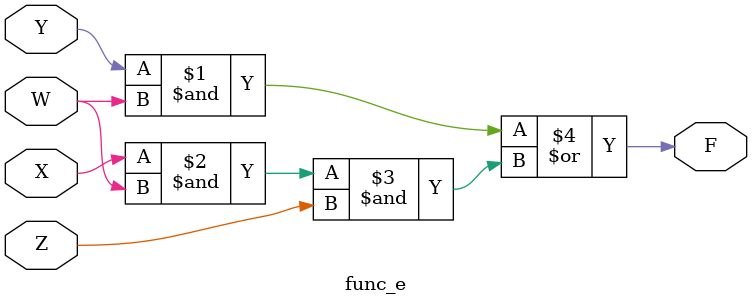
<source format=v>

module func_e (
  input X, Y, W, Z,
  output F
);

  assign F = (Y & W) | (X & W & Z);

endmodule
</source>
